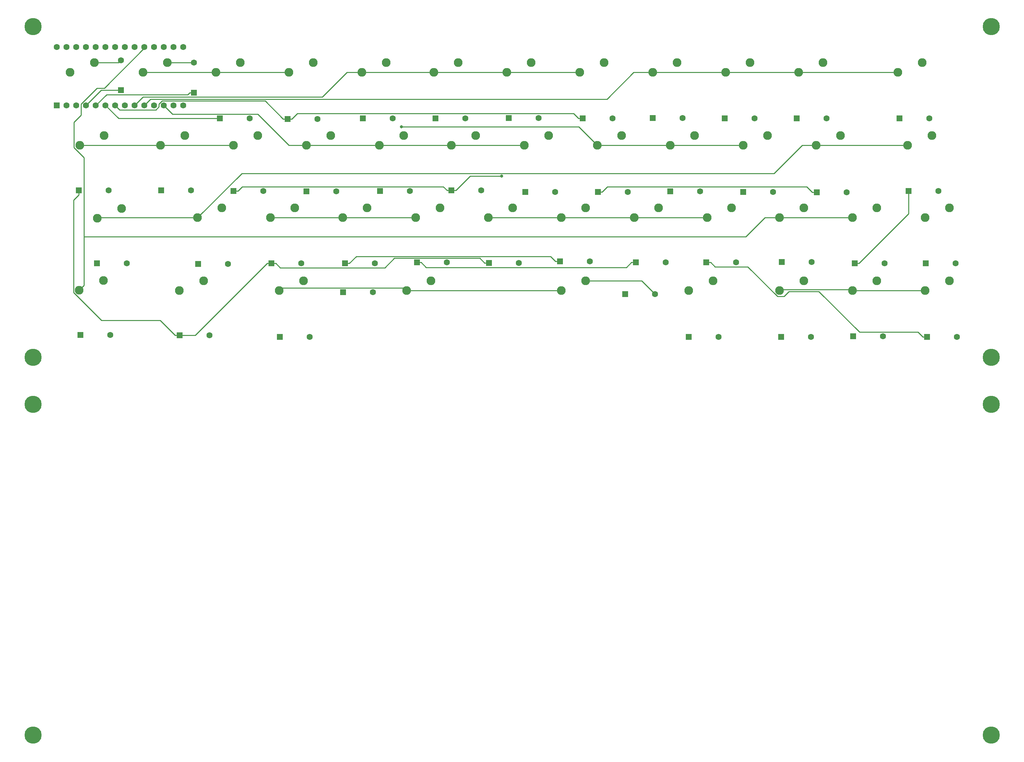
<source format=gbr>
G04 #@! TF.GenerationSoftware,KiCad,Pcbnew,(5.0.1-3-g963ef8bb5)*
G04 #@! TF.CreationDate,2018-12-22T23:57:11-08:00*
G04 #@! TF.ProjectId,snackymini-keyboard,736E61636B796D696E692D6B6579626F,rev?*
G04 #@! TF.SameCoordinates,Original*
G04 #@! TF.FileFunction,Copper,L1,Top,Signal*
G04 #@! TF.FilePolarity,Positive*
%FSLAX46Y46*%
G04 Gerber Fmt 4.6, Leading zero omitted, Abs format (unit mm)*
G04 Created by KiCad (PCBNEW (5.0.1-3-g963ef8bb5)) date Saturday, December 22, 2018 at 11:57:11 PM*
%MOMM*%
%LPD*%
G01*
G04 APERTURE LIST*
G04 #@! TA.AperFunction,ComponentPad*
%ADD10C,1.600000*%
G04 #@! TD*
G04 #@! TA.AperFunction,ComponentPad*
%ADD11R,1.600000X1.600000*%
G04 #@! TD*
G04 #@! TA.AperFunction,ComponentPad*
%ADD12C,2.286000*%
G04 #@! TD*
G04 #@! TA.AperFunction,ViaPad*
%ADD13C,4.500000*%
G04 #@! TD*
G04 #@! TA.AperFunction,ViaPad*
%ADD14C,0.800000*%
G04 #@! TD*
G04 #@! TA.AperFunction,Conductor*
%ADD15C,0.250000*%
G04 #@! TD*
G04 APERTURE END LIST*
D10*
G04 #@! TO.P,U1,20*
G04 #@! TO.N,COL6*
X116205000Y-53721000D03*
G04 #@! TO.P,U1,14*
G04 #@! TO.N,Net-(U1-Pad14)*
X116205000Y-68961000D03*
G04 #@! TO.P,U1,21*
G04 #@! TO.N,COL7*
X113665000Y-53721000D03*
G04 #@! TO.P,U1,22*
G04 #@! TO.N,COL8*
X111125000Y-53721000D03*
G04 #@! TO.P,U1,23*
G04 #@! TO.N,COL9*
X108585000Y-53721000D03*
G04 #@! TO.P,U1,24*
G04 #@! TO.N,COL10*
X106045000Y-53721000D03*
G04 #@! TO.P,U1,25*
G04 #@! TO.N,COL11*
X103505000Y-53721000D03*
G04 #@! TO.P,U1,26*
G04 #@! TO.N,COL12*
X100965000Y-53721000D03*
G04 #@! TO.P,U1,27*
G04 #@! TO.N,Net-(U1-Pad27)*
X98425000Y-53721000D03*
G04 #@! TO.P,U1,28*
G04 #@! TO.N,Net-(U1-Pad28)*
X95885000Y-53721000D03*
G04 #@! TO.P,U1,29*
G04 #@! TO.N,Net-(U1-Pad29)*
X93345000Y-53721000D03*
G04 #@! TO.P,U1,30*
G04 #@! TO.N,Net-(U1-Pad30)*
X90805000Y-53721000D03*
G04 #@! TO.P,U1,31*
G04 #@! TO.N,Net-(U1-Pad31)*
X88265000Y-53721000D03*
G04 #@! TO.P,U1,32*
G04 #@! TO.N,Net-(U1-Pad32)*
X85725000Y-53721000D03*
G04 #@! TO.P,U1,33*
G04 #@! TO.N,Net-(U1-Pad33)*
X83185000Y-53721000D03*
G04 #@! TO.P,U1,13*
G04 #@! TO.N,Net-(U1-Pad13)*
X113665000Y-68961000D03*
G04 #@! TO.P,U1,12*
G04 #@! TO.N,COL5*
X111125000Y-68961000D03*
G04 #@! TO.P,U1,11*
G04 #@! TO.N,COL4*
X108585000Y-68961000D03*
G04 #@! TO.P,U1,10*
G04 #@! TO.N,COL3*
X106045000Y-68961000D03*
G04 #@! TO.P,U1,9*
G04 #@! TO.N,COL2*
X103505000Y-68961000D03*
G04 #@! TO.P,U1,8*
G04 #@! TO.N,COL1*
X100965000Y-68961000D03*
G04 #@! TO.P,U1,7*
G04 #@! TO.N,ROW4*
X98425000Y-68961000D03*
G04 #@! TO.P,U1,6*
G04 #@! TO.N,ROW3*
X95885000Y-68961000D03*
G04 #@! TO.P,U1,5*
G04 #@! TO.N,ROW2*
X93345000Y-68961000D03*
G04 #@! TO.P,U1,4*
G04 #@! TO.N,ROW1*
X90805000Y-68961000D03*
G04 #@! TO.P,U1,3*
G04 #@! TO.N,Net-(U1-Pad3)*
X88265000Y-68961000D03*
G04 #@! TO.P,U1,2*
G04 #@! TO.N,Net-(U1-Pad2)*
X85725000Y-68961000D03*
D11*
G04 #@! TO.P,U1,1*
G04 #@! TO.N,Net-(U1-Pad1)*
X83185000Y-68961000D03*
G04 #@! TD*
G04 #@! TO.P,D1,1*
G04 #@! TO.N,ROW1*
X99949000Y-64987000D03*
D10*
G04 #@! TO.P,D1,2*
G04 #@! TO.N,Net-(D1-Pad2)*
X99949000Y-57187000D03*
G04 #@! TD*
D11*
G04 #@! TO.P,D2,1*
G04 #@! TO.N,ROW2*
X118999000Y-65622000D03*
D10*
G04 #@! TO.P,D2,2*
G04 #@! TO.N,Net-(D2-Pad2)*
X118999000Y-57822000D03*
G04 #@! TD*
G04 #@! TO.P,D3,2*
G04 #@! TO.N,Net-(D3-Pad2)*
X133567000Y-72390000D03*
D11*
G04 #@! TO.P,D3,1*
G04 #@! TO.N,ROW3*
X125767000Y-72390000D03*
G04 #@! TD*
D10*
G04 #@! TO.P,D4,2*
G04 #@! TO.N,Net-(D4-Pad2)*
X151220000Y-72517000D03*
D11*
G04 #@! TO.P,D4,1*
G04 #@! TO.N,ROW4*
X143420000Y-72517000D03*
G04 #@! TD*
G04 #@! TO.P,D5,1*
G04 #@! TO.N,ROW1*
X163105000Y-72390000D03*
D10*
G04 #@! TO.P,D5,2*
G04 #@! TO.N,Net-(D5-Pad2)*
X170905000Y-72390000D03*
G04 #@! TD*
D11*
G04 #@! TO.P,D6,1*
G04 #@! TO.N,ROW2*
X182028000Y-72390000D03*
D10*
G04 #@! TO.P,D6,2*
G04 #@! TO.N,Net-(D6-Pad2)*
X189828000Y-72390000D03*
G04 #@! TD*
G04 #@! TO.P,D7,2*
G04 #@! TO.N,Net-(D7-Pad2)*
X209005000Y-72263000D03*
D11*
G04 #@! TO.P,D7,1*
G04 #@! TO.N,ROW3*
X201205000Y-72263000D03*
G04 #@! TD*
D10*
G04 #@! TO.P,D8,2*
G04 #@! TO.N,Net-(D8-Pad2)*
X228309000Y-72390000D03*
D11*
G04 #@! TO.P,D8,1*
G04 #@! TO.N,ROW4*
X220509000Y-72390000D03*
G04 #@! TD*
G04 #@! TO.P,D9,1*
G04 #@! TO.N,ROW1*
X238797000Y-72263000D03*
D10*
G04 #@! TO.P,D9,2*
G04 #@! TO.N,Net-(D9-Pad2)*
X246597000Y-72263000D03*
G04 #@! TD*
D11*
G04 #@! TO.P,D10,1*
G04 #@! TO.N,ROW2*
X257593000Y-72390000D03*
D10*
G04 #@! TO.P,D10,2*
G04 #@! TO.N,Net-(D10-Pad2)*
X265393000Y-72390000D03*
G04 #@! TD*
G04 #@! TO.P,D11,2*
G04 #@! TO.N,Net-(D11-Pad2)*
X284189000Y-72390000D03*
D11*
G04 #@! TO.P,D11,1*
G04 #@! TO.N,ROW3*
X276389000Y-72390000D03*
G04 #@! TD*
D10*
G04 #@! TO.P,D12,2*
G04 #@! TO.N,Net-(D12-Pad2)*
X310986000Y-72390000D03*
D11*
G04 #@! TO.P,D12,1*
G04 #@! TO.N,ROW4*
X303186000Y-72390000D03*
G04 #@! TD*
G04 #@! TO.P,D13,1*
G04 #@! TO.N,ROW1*
X88937000Y-91186000D03*
D10*
G04 #@! TO.P,D13,2*
G04 #@! TO.N,Net-(D13-Pad2)*
X96737000Y-91186000D03*
G04 #@! TD*
D11*
G04 #@! TO.P,D14,1*
G04 #@! TO.N,ROW2*
X110400000Y-91186000D03*
D10*
G04 #@! TO.P,D14,2*
G04 #@! TO.N,Net-(D14-Pad2)*
X118200000Y-91186000D03*
G04 #@! TD*
G04 #@! TO.P,D15,2*
G04 #@! TO.N,Net-(D15-Pad2)*
X137123000Y-91313000D03*
D11*
G04 #@! TO.P,D15,1*
G04 #@! TO.N,ROW3*
X129323000Y-91313000D03*
G04 #@! TD*
G04 #@! TO.P,D16,1*
G04 #@! TO.N,ROW1*
X148373000Y-91440000D03*
D10*
G04 #@! TO.P,D16,2*
G04 #@! TO.N,Net-(D16-Pad2)*
X156173000Y-91440000D03*
G04 #@! TD*
D11*
G04 #@! TO.P,D17,1*
G04 #@! TO.N,ROW2*
X167550000Y-91313000D03*
D10*
G04 #@! TO.P,D17,2*
G04 #@! TO.N,Net-(D17-Pad2)*
X175350000Y-91313000D03*
G04 #@! TD*
G04 #@! TO.P,D18,2*
G04 #@! TO.N,Net-(D18-Pad2)*
X194019000Y-91186000D03*
D11*
G04 #@! TO.P,D18,1*
G04 #@! TO.N,ROW3*
X186219000Y-91186000D03*
G04 #@! TD*
D10*
G04 #@! TO.P,D19,2*
G04 #@! TO.N,Net-(D19-Pad2)*
X213323000Y-91567000D03*
D11*
G04 #@! TO.P,D19,1*
G04 #@! TO.N,ROW4*
X205523000Y-91567000D03*
G04 #@! TD*
G04 #@! TO.P,D20,1*
G04 #@! TO.N,ROW1*
X224446000Y-91567000D03*
D10*
G04 #@! TO.P,D20,2*
G04 #@! TO.N,Net-(D20-Pad2)*
X232246000Y-91567000D03*
G04 #@! TD*
D11*
G04 #@! TO.P,D21,1*
G04 #@! TO.N,ROW2*
X243369000Y-91440000D03*
D10*
G04 #@! TO.P,D21,2*
G04 #@! TO.N,Net-(D21-Pad2)*
X251169000Y-91440000D03*
G04 #@! TD*
G04 #@! TO.P,D22,2*
G04 #@! TO.N,Net-(D22-Pad2)*
X270219000Y-91567000D03*
D11*
G04 #@! TO.P,D22,1*
G04 #@! TO.N,ROW3*
X262419000Y-91567000D03*
G04 #@! TD*
G04 #@! TO.P,D23,1*
G04 #@! TO.N,ROW1*
X281596000Y-91694000D03*
D10*
G04 #@! TO.P,D23,2*
G04 #@! TO.N,Net-(D23-Pad2)*
X289396000Y-91694000D03*
G04 #@! TD*
D11*
G04 #@! TO.P,D24,1*
G04 #@! TO.N,ROW2*
X305599000Y-91313000D03*
D10*
G04 #@! TO.P,D24,2*
G04 #@! TO.N,Net-(D24-Pad2)*
X313399000Y-91313000D03*
G04 #@! TD*
G04 #@! TO.P,D25,2*
G04 #@! TO.N,Net-(D25-Pad2)*
X101436000Y-110236000D03*
D11*
G04 #@! TO.P,D25,1*
G04 #@! TO.N,ROW3*
X93636000Y-110236000D03*
G04 #@! TD*
D10*
G04 #@! TO.P,D26,2*
G04 #@! TO.N,Net-(D26-Pad2)*
X127852000Y-110363000D03*
D11*
G04 #@! TO.P,D26,1*
G04 #@! TO.N,ROW4*
X120052000Y-110363000D03*
G04 #@! TD*
G04 #@! TO.P,D27,1*
G04 #@! TO.N,ROW1*
X139229000Y-110236000D03*
D10*
G04 #@! TO.P,D27,2*
G04 #@! TO.N,Net-(D27-Pad2)*
X147029000Y-110236000D03*
G04 #@! TD*
D11*
G04 #@! TO.P,D28,1*
G04 #@! TO.N,ROW2*
X158406000Y-110236000D03*
D10*
G04 #@! TO.P,D28,2*
G04 #@! TO.N,Net-(D28-Pad2)*
X166206000Y-110236000D03*
G04 #@! TD*
G04 #@! TO.P,D29,2*
G04 #@! TO.N,Net-(D29-Pad2)*
X185002000Y-109982000D03*
D11*
G04 #@! TO.P,D29,1*
G04 #@! TO.N,ROW3*
X177202000Y-109982000D03*
G04 #@! TD*
G04 #@! TO.P,D30,1*
G04 #@! TO.N,ROW1*
X195998000Y-110109000D03*
D10*
G04 #@! TO.P,D30,2*
G04 #@! TO.N,Net-(D30-Pad2)*
X203798000Y-110109000D03*
G04 #@! TD*
D11*
G04 #@! TO.P,D31,1*
G04 #@! TO.N,ROW2*
X214540000Y-109728000D03*
D10*
G04 #@! TO.P,D31,2*
G04 #@! TO.N,Net-(D31-Pad2)*
X222340000Y-109728000D03*
G04 #@! TD*
G04 #@! TO.P,D32,2*
G04 #@! TO.N,Net-(D32-Pad2)*
X242152000Y-109982000D03*
D11*
G04 #@! TO.P,D32,1*
G04 #@! TO.N,ROW3*
X234352000Y-109982000D03*
G04 #@! TD*
D10*
G04 #@! TO.P,D33,2*
G04 #@! TO.N,Net-(D33-Pad2)*
X260567000Y-109982000D03*
D11*
G04 #@! TO.P,D33,1*
G04 #@! TO.N,ROW4*
X252767000Y-109982000D03*
G04 #@! TD*
G04 #@! TO.P,D34,1*
G04 #@! TO.N,ROW1*
X272452000Y-109855000D03*
D10*
G04 #@! TO.P,D34,2*
G04 #@! TO.N,Net-(D34-Pad2)*
X280252000Y-109855000D03*
G04 #@! TD*
D11*
G04 #@! TO.P,D35,1*
G04 #@! TO.N,ROW2*
X291502000Y-110236000D03*
D10*
G04 #@! TO.P,D35,2*
G04 #@! TO.N,Net-(D35-Pad2)*
X299302000Y-110236000D03*
G04 #@! TD*
G04 #@! TO.P,D36,2*
G04 #@! TO.N,Net-(D36-Pad2)*
X317844000Y-110236000D03*
D11*
G04 #@! TO.P,D36,1*
G04 #@! TO.N,ROW3*
X310044000Y-110236000D03*
G04 #@! TD*
D10*
G04 #@! TO.P,D37,2*
G04 #@! TO.N,Net-(D37-Pad2)*
X97118000Y-128905000D03*
D11*
G04 #@! TO.P,D37,1*
G04 #@! TO.N,ROW4*
X89318000Y-128905000D03*
G04 #@! TD*
G04 #@! TO.P,D38,1*
G04 #@! TO.N,ROW1*
X115226000Y-129032000D03*
D10*
G04 #@! TO.P,D38,2*
G04 #@! TO.N,Net-(D38-Pad2)*
X123026000Y-129032000D03*
G04 #@! TD*
D11*
G04 #@! TO.P,D39,1*
G04 #@! TO.N,ROW2*
X141388000Y-129413000D03*
D10*
G04 #@! TO.P,D39,2*
G04 #@! TO.N,Net-(D39-Pad2)*
X149188000Y-129413000D03*
G04 #@! TD*
G04 #@! TO.P,D40,2*
G04 #@! TO.N,Net-(D40-Pad2)*
X165698000Y-117729000D03*
D11*
G04 #@! TO.P,D40,1*
G04 #@! TO.N,ROW3*
X157898000Y-117729000D03*
G04 #@! TD*
D10*
G04 #@! TO.P,D41,2*
G04 #@! TO.N,Net-(D41-Pad2)*
X239358000Y-118237000D03*
D11*
G04 #@! TO.P,D41,1*
G04 #@! TO.N,ROW4*
X231558000Y-118237000D03*
G04 #@! TD*
G04 #@! TO.P,D42,1*
G04 #@! TO.N,ROW1*
X248195000Y-129413000D03*
D10*
G04 #@! TO.P,D42,2*
G04 #@! TO.N,Net-(D42-Pad2)*
X255995000Y-129413000D03*
G04 #@! TD*
G04 #@! TO.P,D43,2*
G04 #@! TO.N,Net-(D43-Pad2)*
X280125000Y-129413000D03*
D11*
G04 #@! TO.P,D43,1*
G04 #@! TO.N,ROW2*
X272325000Y-129413000D03*
G04 #@! TD*
D10*
G04 #@! TO.P,D44,2*
G04 #@! TO.N,Net-(D44-Pad2)*
X298921000Y-129286000D03*
D11*
G04 #@! TO.P,D44,1*
G04 #@! TO.N,ROW3*
X291121000Y-129286000D03*
G04 #@! TD*
D10*
G04 #@! TO.P,D45,2*
G04 #@! TO.N,Net-(D45-Pad2)*
X318225000Y-129413000D03*
D11*
G04 #@! TO.P,D45,1*
G04 #@! TO.N,ROW4*
X310425000Y-129413000D03*
G04 #@! TD*
D12*
G04 #@! TO.P,SW1,1*
G04 #@! TO.N,Net-(D1-Pad2)*
X92964000Y-57785000D03*
G04 #@! TO.P,SW1,2*
G04 #@! TO.N,COL1*
X86614000Y-60325000D03*
G04 #@! TD*
G04 #@! TO.P,SW2,2*
G04 #@! TO.N,COL1*
X105664000Y-60325000D03*
G04 #@! TO.P,SW2,1*
G04 #@! TO.N,Net-(D2-Pad2)*
X112014000Y-57785000D03*
G04 #@! TD*
G04 #@! TO.P,SW3,1*
G04 #@! TO.N,Net-(D3-Pad2)*
X131064000Y-57785000D03*
G04 #@! TO.P,SW3,2*
G04 #@! TO.N,COL1*
X124714000Y-60325000D03*
G04 #@! TD*
G04 #@! TO.P,SW4,1*
G04 #@! TO.N,Net-(D4-Pad2)*
X150114000Y-57785000D03*
G04 #@! TO.P,SW4,2*
G04 #@! TO.N,COL1*
X143764000Y-60325000D03*
G04 #@! TD*
G04 #@! TO.P,SW5,1*
G04 #@! TO.N,Net-(D5-Pad2)*
X169164000Y-57785000D03*
G04 #@! TO.P,SW5,2*
G04 #@! TO.N,COL2*
X162814000Y-60325000D03*
G04 #@! TD*
G04 #@! TO.P,SW6,2*
G04 #@! TO.N,COL2*
X181610000Y-60325000D03*
G04 #@! TO.P,SW6,1*
G04 #@! TO.N,Net-(D6-Pad2)*
X187960000Y-57785000D03*
G04 #@! TD*
G04 #@! TO.P,SW7,1*
G04 #@! TO.N,Net-(D7-Pad2)*
X207010000Y-57785000D03*
G04 #@! TO.P,SW7,2*
G04 #@! TO.N,COL2*
X200660000Y-60325000D03*
G04 #@! TD*
G04 #@! TO.P,SW8,1*
G04 #@! TO.N,Net-(D8-Pad2)*
X226060000Y-57785000D03*
G04 #@! TO.P,SW8,2*
G04 #@! TO.N,COL2*
X219710000Y-60325000D03*
G04 #@! TD*
G04 #@! TO.P,SW9,2*
G04 #@! TO.N,COL3*
X238760000Y-60325000D03*
G04 #@! TO.P,SW9,1*
G04 #@! TO.N,Net-(D9-Pad2)*
X245110000Y-57785000D03*
G04 #@! TD*
G04 #@! TO.P,SW10,2*
G04 #@! TO.N,COL3*
X257810000Y-60325000D03*
G04 #@! TO.P,SW10,1*
G04 #@! TO.N,Net-(D10-Pad2)*
X264160000Y-57785000D03*
G04 #@! TD*
G04 #@! TO.P,SW11,1*
G04 #@! TO.N,Net-(D11-Pad2)*
X283210000Y-57785000D03*
G04 #@! TO.P,SW11,2*
G04 #@! TO.N,COL3*
X276860000Y-60325000D03*
G04 #@! TD*
G04 #@! TO.P,SW12,1*
G04 #@! TO.N,Net-(D12-Pad2)*
X309118000Y-57785000D03*
G04 #@! TO.P,SW12,2*
G04 #@! TO.N,COL3*
X302768000Y-60325000D03*
G04 #@! TD*
G04 #@! TO.P,SW13,2*
G04 #@! TO.N,COL4*
X89154000Y-79375000D03*
G04 #@! TO.P,SW13,1*
G04 #@! TO.N,Net-(D13-Pad2)*
X95504000Y-76835000D03*
G04 #@! TD*
G04 #@! TO.P,SW14,2*
G04 #@! TO.N,COL4*
X110236000Y-79375000D03*
G04 #@! TO.P,SW14,1*
G04 #@! TO.N,Net-(D14-Pad2)*
X116586000Y-76835000D03*
G04 #@! TD*
G04 #@! TO.P,SW15,1*
G04 #@! TO.N,Net-(D15-Pad2)*
X135636000Y-76835000D03*
G04 #@! TO.P,SW15,2*
G04 #@! TO.N,COL4*
X129286000Y-79375000D03*
G04 #@! TD*
G04 #@! TO.P,SW16,2*
G04 #@! TO.N,COL5*
X148336000Y-79375000D03*
G04 #@! TO.P,SW16,1*
G04 #@! TO.N,Net-(D16-Pad2)*
X154686000Y-76835000D03*
G04 #@! TD*
G04 #@! TO.P,SW17,2*
G04 #@! TO.N,COL5*
X167386000Y-79375000D03*
G04 #@! TO.P,SW17,1*
G04 #@! TO.N,Net-(D17-Pad2)*
X173736000Y-76835000D03*
G04 #@! TD*
G04 #@! TO.P,SW18,1*
G04 #@! TO.N,Net-(D18-Pad2)*
X192532000Y-76835000D03*
G04 #@! TO.P,SW18,2*
G04 #@! TO.N,COL5*
X186182000Y-79375000D03*
G04 #@! TD*
G04 #@! TO.P,SW19,1*
G04 #@! TO.N,Net-(D19-Pad2)*
X211582000Y-76835000D03*
G04 #@! TO.P,SW19,2*
G04 #@! TO.N,COL5*
X205232000Y-79375000D03*
G04 #@! TD*
G04 #@! TO.P,SW20,2*
G04 #@! TO.N,COL6*
X224282000Y-79375000D03*
G04 #@! TO.P,SW20,1*
G04 #@! TO.N,Net-(D20-Pad2)*
X230632000Y-76835000D03*
G04 #@! TD*
G04 #@! TO.P,SW21,2*
G04 #@! TO.N,COL6*
X243332000Y-79375000D03*
G04 #@! TO.P,SW21,1*
G04 #@! TO.N,Net-(D21-Pad2)*
X249682000Y-76835000D03*
G04 #@! TD*
G04 #@! TO.P,SW22,1*
G04 #@! TO.N,Net-(D22-Pad2)*
X268732000Y-76835000D03*
G04 #@! TO.P,SW22,2*
G04 #@! TO.N,COL6*
X262382000Y-79375000D03*
G04 #@! TD*
G04 #@! TO.P,SW23,2*
G04 #@! TO.N,COL7*
X281432000Y-79375000D03*
G04 #@! TO.P,SW23,1*
G04 #@! TO.N,Net-(D23-Pad2)*
X287782000Y-76835000D03*
G04 #@! TD*
G04 #@! TO.P,SW24,2*
G04 #@! TO.N,COL7*
X305308000Y-79375000D03*
G04 #@! TO.P,SW24,1*
G04 #@! TO.N,Net-(D24-Pad2)*
X311658000Y-76835000D03*
G04 #@! TD*
G04 #@! TO.P,SW25,1*
G04 #@! TO.N,Net-(D25-Pad2)*
X100076000Y-95885000D03*
G04 #@! TO.P,SW25,2*
G04 #@! TO.N,COL7*
X93726000Y-98425000D03*
G04 #@! TD*
G04 #@! TO.P,SW26,1*
G04 #@! TO.N,Net-(D26-Pad2)*
X126238000Y-95758000D03*
G04 #@! TO.P,SW26,2*
G04 #@! TO.N,COL7*
X119888000Y-98298000D03*
G04 #@! TD*
G04 #@! TO.P,SW27,2*
G04 #@! TO.N,COL8*
X138938000Y-98298000D03*
G04 #@! TO.P,SW27,1*
G04 #@! TO.N,Net-(D27-Pad2)*
X145288000Y-95758000D03*
G04 #@! TD*
G04 #@! TO.P,SW28,2*
G04 #@! TO.N,COL8*
X157861000Y-98298000D03*
G04 #@! TO.P,SW28,1*
G04 #@! TO.N,Net-(D28-Pad2)*
X164211000Y-95758000D03*
G04 #@! TD*
G04 #@! TO.P,SW29,1*
G04 #@! TO.N,Net-(D29-Pad2)*
X183261000Y-95758000D03*
G04 #@! TO.P,SW29,2*
G04 #@! TO.N,COL8*
X176911000Y-98298000D03*
G04 #@! TD*
G04 #@! TO.P,SW30,2*
G04 #@! TO.N,COL9*
X195834000Y-98298000D03*
G04 #@! TO.P,SW30,1*
G04 #@! TO.N,Net-(D30-Pad2)*
X202184000Y-95758000D03*
G04 #@! TD*
G04 #@! TO.P,SW31,2*
G04 #@! TO.N,COL9*
X214884000Y-98298000D03*
G04 #@! TO.P,SW31,1*
G04 #@! TO.N,Net-(D31-Pad2)*
X221234000Y-95758000D03*
G04 #@! TD*
G04 #@! TO.P,SW32,1*
G04 #@! TO.N,Net-(D32-Pad2)*
X240284000Y-95758000D03*
G04 #@! TO.P,SW32,2*
G04 #@! TO.N,COL9*
X233934000Y-98298000D03*
G04 #@! TD*
G04 #@! TO.P,SW33,2*
G04 #@! TO.N,COL9*
X252984000Y-98298000D03*
G04 #@! TO.P,SW33,1*
G04 #@! TO.N,Net-(D33-Pad2)*
X259334000Y-95758000D03*
G04 #@! TD*
G04 #@! TO.P,SW34,2*
G04 #@! TO.N,COL10*
X271907000Y-98298000D03*
G04 #@! TO.P,SW34,1*
G04 #@! TO.N,Net-(D34-Pad2)*
X278257000Y-95758000D03*
G04 #@! TD*
G04 #@! TO.P,SW35,2*
G04 #@! TO.N,COL10*
X290957000Y-98298000D03*
G04 #@! TO.P,SW35,1*
G04 #@! TO.N,Net-(D35-Pad2)*
X297307000Y-95758000D03*
G04 #@! TD*
G04 #@! TO.P,SW36,1*
G04 #@! TO.N,Net-(D36-Pad2)*
X316230000Y-95758000D03*
G04 #@! TO.P,SW36,2*
G04 #@! TO.N,COL10*
X309880000Y-98298000D03*
G04 #@! TD*
G04 #@! TO.P,SW37,1*
G04 #@! TO.N,Net-(D37-Pad2)*
X95377000Y-114681000D03*
G04 #@! TO.P,SW37,2*
G04 #@! TO.N,COL10*
X89027000Y-117221000D03*
G04 #@! TD*
G04 #@! TO.P,SW38,2*
G04 #@! TO.N,COL11*
X115189000Y-117348000D03*
G04 #@! TO.P,SW38,1*
G04 #@! TO.N,Net-(D38-Pad2)*
X121539000Y-114808000D03*
G04 #@! TD*
G04 #@! TO.P,SW39,2*
G04 #@! TO.N,COL11*
X141224000Y-117348000D03*
G04 #@! TO.P,SW39,1*
G04 #@! TO.N,Net-(D39-Pad2)*
X147574000Y-114808000D03*
G04 #@! TD*
G04 #@! TO.P,SW40,1*
G04 #@! TO.N,Net-(D40-Pad2)*
X180848000Y-114808000D03*
G04 #@! TO.P,SW40,2*
G04 #@! TO.N,COL11*
X174498000Y-117348000D03*
G04 #@! TD*
G04 #@! TO.P,SW41,1*
G04 #@! TO.N,Net-(D41-Pad2)*
X221234000Y-114808000D03*
G04 #@! TO.P,SW41,2*
G04 #@! TO.N,COL11*
X214884000Y-117348000D03*
G04 #@! TD*
G04 #@! TO.P,SW42,2*
G04 #@! TO.N,COL12*
X248158000Y-117348000D03*
G04 #@! TO.P,SW42,1*
G04 #@! TO.N,Net-(D42-Pad2)*
X254508000Y-114808000D03*
G04 #@! TD*
G04 #@! TO.P,SW43,1*
G04 #@! TO.N,Net-(D43-Pad2)*
X278257000Y-114808000D03*
G04 #@! TO.P,SW43,2*
G04 #@! TO.N,COL12*
X271907000Y-117348000D03*
G04 #@! TD*
G04 #@! TO.P,SW44,1*
G04 #@! TO.N,Net-(D44-Pad2)*
X297307000Y-114808000D03*
G04 #@! TO.P,SW44,2*
G04 #@! TO.N,COL12*
X290957000Y-117348000D03*
G04 #@! TD*
G04 #@! TO.P,SW45,1*
G04 #@! TO.N,Net-(D45-Pad2)*
X316230000Y-114808000D03*
G04 #@! TO.P,SW45,2*
G04 #@! TO.N,COL12*
X309880000Y-117348000D03*
G04 #@! TD*
D13*
G04 #@! TO.N,*
X76962000Y-147066000D03*
X327152000Y-233426000D03*
X327152000Y-147066000D03*
X76962000Y-233426000D03*
X327152000Y-134747000D03*
X76962000Y-48387000D03*
X327152000Y-48387000D03*
X76962000Y-134747000D03*
D14*
G04 #@! TO.N,ROW3*
X199306100Y-87434000D03*
G04 #@! TO.N,COL6*
X173155600Y-74555700D03*
G04 #@! TD*
D15*
G04 #@! TO.N,ROW1*
X88937000Y-91186000D02*
X88937000Y-92311300D01*
X115226000Y-129032000D02*
X114100700Y-129032000D01*
X114100700Y-129032000D02*
X110158000Y-125089300D01*
X110158000Y-125089300D02*
X94818700Y-125089300D01*
X94818700Y-125089300D02*
X87536900Y-117807500D01*
X87536900Y-117807500D02*
X87536900Y-93711400D01*
X87536900Y-93711400D02*
X88937000Y-92311300D01*
X115788700Y-129032000D02*
X115226000Y-129032000D01*
X115788700Y-129032000D02*
X116351300Y-129032000D01*
X116351300Y-129032000D02*
X119307700Y-129032000D01*
X119307700Y-129032000D02*
X138103700Y-110236000D01*
X139229000Y-110236000D02*
X138103700Y-110236000D01*
X139229000Y-110236000D02*
X140354300Y-110236000D01*
X195998000Y-110109000D02*
X194872700Y-110109000D01*
X194872700Y-110109000D02*
X193620300Y-108856600D01*
X193620300Y-108856600D02*
X171331300Y-108856600D01*
X171331300Y-108856600D02*
X168826600Y-111361300D01*
X168826600Y-111361300D02*
X141479600Y-111361300D01*
X141479600Y-111361300D02*
X140354300Y-110236000D01*
X224446000Y-91567000D02*
X225571300Y-91567000D01*
X281596000Y-91694000D02*
X280470700Y-91694000D01*
X280470700Y-91694000D02*
X279021900Y-90245200D01*
X279021900Y-90245200D02*
X226893100Y-90245200D01*
X226893100Y-90245200D02*
X225571300Y-91567000D01*
X99949000Y-64987000D02*
X94779000Y-64987000D01*
X94779000Y-64987000D02*
X90805000Y-68961000D01*
G04 #@! TO.N,Net-(D1-Pad2)*
X92964000Y-57785000D02*
X99351000Y-57785000D01*
X99351000Y-57785000D02*
X99949000Y-57187000D01*
G04 #@! TO.N,ROW2*
X291502000Y-110236000D02*
X292627300Y-110236000D01*
X292627300Y-110236000D02*
X305599000Y-97264300D01*
X305599000Y-97264300D02*
X305599000Y-91313000D01*
X158406000Y-110236000D02*
X159531300Y-110236000D01*
X214540000Y-109728000D02*
X213414700Y-109728000D01*
X213414700Y-109728000D02*
X212092900Y-108406200D01*
X212092900Y-108406200D02*
X161361100Y-108406200D01*
X161361100Y-108406200D02*
X159531300Y-110236000D01*
X118999000Y-65622000D02*
X117873700Y-65622000D01*
X117873700Y-65622000D02*
X117356200Y-66139500D01*
X117356200Y-66139500D02*
X96166500Y-66139500D01*
X96166500Y-66139500D02*
X93345000Y-68961000D01*
G04 #@! TO.N,Net-(D2-Pad2)*
X112014000Y-57785000D02*
X118962000Y-57785000D01*
X118962000Y-57785000D02*
X118999000Y-57822000D01*
G04 #@! TO.N,ROW3*
X186219000Y-91186000D02*
X187344300Y-91186000D01*
X187344300Y-91186000D02*
X191096300Y-87434000D01*
X191096300Y-87434000D02*
X199306100Y-87434000D01*
X185656400Y-91186000D02*
X186219000Y-91186000D01*
X185656400Y-91186000D02*
X185093700Y-91186000D01*
X129323000Y-91313000D02*
X130448300Y-91313000D01*
X185093700Y-91186000D02*
X184095400Y-90187700D01*
X184095400Y-90187700D02*
X131573600Y-90187700D01*
X131573600Y-90187700D02*
X130448300Y-91313000D01*
X125767000Y-72390000D02*
X99314000Y-72390000D01*
X99314000Y-72390000D02*
X95885000Y-68961000D01*
X177202000Y-109982000D02*
X178327300Y-109982000D01*
X234352000Y-109982000D02*
X233226700Y-109982000D01*
X233226700Y-109982000D02*
X231945400Y-111263300D01*
X231945400Y-111263300D02*
X179608600Y-111263300D01*
X179608600Y-111263300D02*
X178327300Y-109982000D01*
G04 #@! TO.N,ROW4*
X143420000Y-72517000D02*
X144545300Y-72517000D01*
X220509000Y-72390000D02*
X219383700Y-72390000D01*
X219383700Y-72390000D02*
X218114000Y-71120300D01*
X218114000Y-71120300D02*
X145942000Y-71120300D01*
X145942000Y-71120300D02*
X144545300Y-72517000D01*
X252767000Y-109982000D02*
X253892300Y-109982000D01*
X310425000Y-129413000D02*
X309299700Y-129413000D01*
X309299700Y-129413000D02*
X308047300Y-128160600D01*
X308047300Y-128160600D02*
X292778100Y-128160600D01*
X292778100Y-128160600D02*
X282158900Y-117541400D01*
X282158900Y-117541400D02*
X274351200Y-117541400D01*
X274351200Y-117541400D02*
X273042100Y-118850500D01*
X273042100Y-118850500D02*
X271332900Y-118850500D01*
X271332900Y-118850500D02*
X263589700Y-111107300D01*
X263589700Y-111107300D02*
X255017600Y-111107300D01*
X255017600Y-111107300D02*
X253892300Y-109982000D01*
X143420000Y-72517000D02*
X142294700Y-72517000D01*
X142294700Y-72517000D02*
X137569600Y-67791900D01*
X137569600Y-67791900D02*
X110652000Y-67791900D01*
X110652000Y-67791900D02*
X109855000Y-68588900D01*
X109855000Y-68588900D02*
X109855000Y-69337700D01*
X109855000Y-69337700D02*
X109061000Y-70131700D01*
X109061000Y-70131700D02*
X99595700Y-70131700D01*
X99595700Y-70131700D02*
X98425000Y-68961000D01*
G04 #@! TO.N,Net-(D41-Pad2)*
X221234000Y-114808000D02*
X235929000Y-114808000D01*
X235929000Y-114808000D02*
X239358000Y-118237000D01*
G04 #@! TO.N,COL1*
X124714000Y-60325000D02*
X105664000Y-60325000D01*
X143764000Y-60325000D02*
X124714000Y-60325000D01*
G04 #@! TO.N,COL2*
X162814000Y-60325000D02*
X158902500Y-60325000D01*
X158902500Y-60325000D02*
X152480200Y-66747300D01*
X152480200Y-66747300D02*
X105718700Y-66747300D01*
X105718700Y-66747300D02*
X103505000Y-68961000D01*
X181610000Y-60325000D02*
X162814000Y-60325000D01*
X200660000Y-60325000D02*
X181610000Y-60325000D01*
X219710000Y-60325000D02*
X200660000Y-60325000D01*
G04 #@! TO.N,COL3*
X257810000Y-60325000D02*
X276860000Y-60325000D01*
X238760000Y-60325000D02*
X257810000Y-60325000D01*
X238760000Y-60325000D02*
X233817500Y-60325000D01*
X233817500Y-60325000D02*
X226801000Y-67341500D01*
X226801000Y-67341500D02*
X107664500Y-67341500D01*
X107664500Y-67341500D02*
X106045000Y-68961000D01*
X302768000Y-60325000D02*
X276860000Y-60325000D01*
G04 #@! TO.N,COL4*
X129286000Y-79375000D02*
X110236000Y-79375000D01*
X89154000Y-79375000D02*
X110236000Y-79375000D01*
G04 #@! TO.N,COL5*
X167386000Y-79375000D02*
X148336000Y-79375000D01*
X186182000Y-79375000D02*
X167386000Y-79375000D01*
X111125000Y-68961000D02*
X113392200Y-71228200D01*
X113392200Y-71228200D02*
X135626200Y-71228200D01*
X135626200Y-71228200D02*
X143773000Y-79375000D01*
X143773000Y-79375000D02*
X148336000Y-79375000D01*
X205232000Y-79375000D02*
X186182000Y-79375000D01*
G04 #@! TO.N,COL6*
X224282000Y-79375000D02*
X219462700Y-74555700D01*
X219462700Y-74555700D02*
X173155600Y-74555700D01*
X243332000Y-79375000D02*
X224282000Y-79375000D01*
X243332000Y-79375000D02*
X262382000Y-79375000D01*
G04 #@! TO.N,COL7*
X281432000Y-79375000D02*
X277815200Y-79375000D01*
X277815200Y-79375000D02*
X270481500Y-86708700D01*
X270481500Y-86708700D02*
X131477300Y-86708700D01*
X131477300Y-86708700D02*
X119888000Y-98298000D01*
X305308000Y-79375000D02*
X281432000Y-79375000D01*
X119888000Y-98298000D02*
X93853000Y-98298000D01*
X93853000Y-98298000D02*
X93726000Y-98425000D01*
G04 #@! TO.N,COL8*
X157861000Y-98298000D02*
X138938000Y-98298000D01*
X176911000Y-98298000D02*
X157861000Y-98298000D01*
G04 #@! TO.N,COL9*
X214884000Y-98298000D02*
X195834000Y-98298000D01*
X233934000Y-98298000D02*
X214884000Y-98298000D01*
X252984000Y-98298000D02*
X233934000Y-98298000D01*
G04 #@! TO.N,COL10*
X90266000Y-103286700D02*
X90266000Y-82563600D01*
X90266000Y-82563600D02*
X87663900Y-79961500D01*
X87663900Y-79961500D02*
X87663900Y-73372500D01*
X87663900Y-73372500D02*
X89535000Y-71501400D01*
X89535000Y-71501400D02*
X89535000Y-68611300D01*
X89535000Y-68611300D02*
X93698100Y-64448200D01*
X93698100Y-64448200D02*
X95608800Y-64448200D01*
X95608800Y-64448200D02*
X106045000Y-54012000D01*
X106045000Y-54012000D02*
X106045000Y-53721000D01*
X89027000Y-117221000D02*
X90266000Y-115982000D01*
X90266000Y-115982000D02*
X90266000Y-103286700D01*
X271907000Y-98298000D02*
X268090700Y-98298000D01*
X268090700Y-98298000D02*
X263102000Y-103286700D01*
X263102000Y-103286700D02*
X90266000Y-103286700D01*
X290957000Y-98298000D02*
X271907000Y-98298000D01*
G04 #@! TO.N,COL11*
X174498000Y-117348000D02*
X173744500Y-116594500D01*
X173744500Y-116594500D02*
X141977500Y-116594500D01*
X141977500Y-116594500D02*
X141224000Y-117348000D01*
X214884000Y-117348000D02*
X174498000Y-117348000D01*
G04 #@! TO.N,COL12*
X271907000Y-117348000D02*
X272174900Y-117080100D01*
X272174900Y-117080100D02*
X290689100Y-117080100D01*
X290689100Y-117080100D02*
X290957000Y-117348000D01*
X309880000Y-117348000D02*
X290957000Y-117348000D01*
G04 #@! TD*
M02*

</source>
